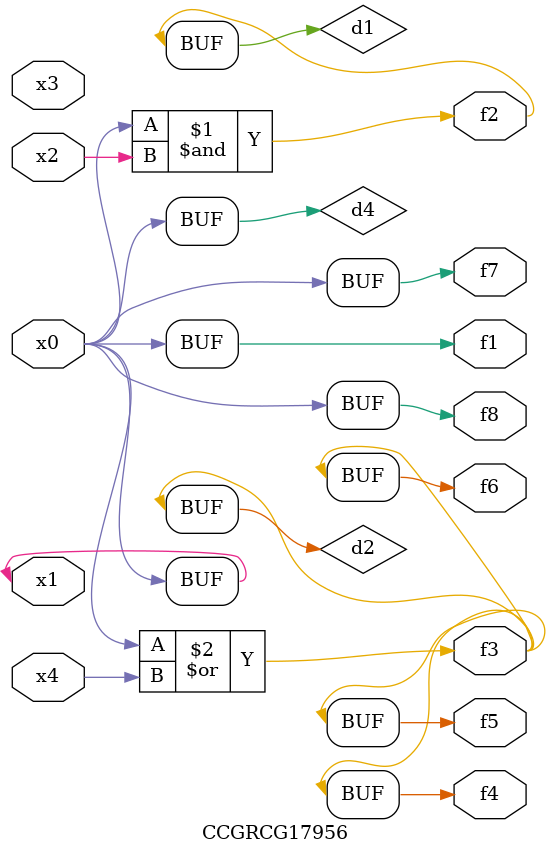
<source format=v>
module CCGRCG17956(
	input x0, x1, x2, x3, x4,
	output f1, f2, f3, f4, f5, f6, f7, f8
);

	wire d1, d2, d3, d4;

	and (d1, x0, x2);
	or (d2, x0, x4);
	nand (d3, x0, x2);
	buf (d4, x0, x1);
	assign f1 = d4;
	assign f2 = d1;
	assign f3 = d2;
	assign f4 = d2;
	assign f5 = d2;
	assign f6 = d2;
	assign f7 = d4;
	assign f8 = d4;
endmodule

</source>
